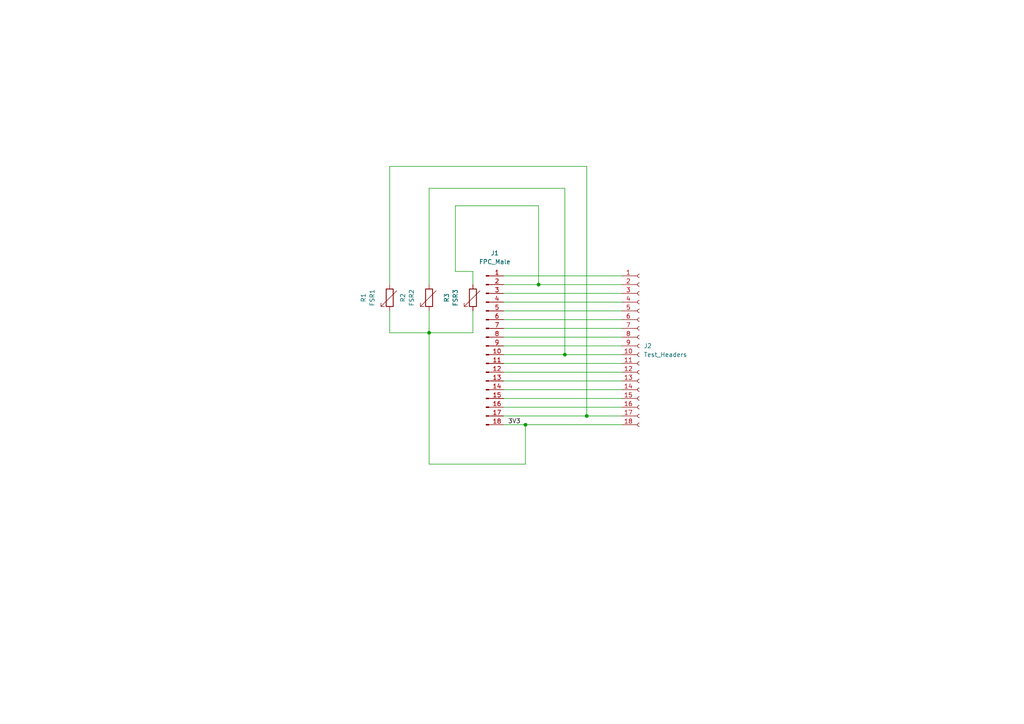
<source format=kicad_sch>
(kicad_sch (version 20250114) (generator "eeschema") (generator_version "9.0")
  (paper "A4")
  (lib_symbols
    (symbol "Connector:Conn_01x18_Pin" (pin_names (offset 1.016) (hide yes))
      (property "Reference" "J" (at 0 22.86 0))
      (property "Value" "Conn_01x18_Pin" (at 0 -25.4 0))
      (symbol "Conn_01x18_Pin_1_1"
        (rectangle (start 0.8636 20.447) (end 0 20.193) (stroke (width 0.1524)) (fill (type outline)))
        (rectangle (start 0.8636 17.907) (end 0 17.653) (stroke (width 0.1524)) (fill (type outline)))
        (rectangle (start 0.8636 15.367) (end 0 15.113) (stroke (width 0.1524)) (fill (type outline)))
        (rectangle (start 0.8636 12.827) (end 0 12.573) (stroke (width 0.1524)) (fill (type outline)))
        (rectangle (start 0.8636 10.287) (end 0 10.033) (stroke (width 0.1524)) (fill (type outline)))
        (rectangle (start 0.8636 7.747) (end 0 7.493) (stroke (width 0.1524)) (fill (type outline)))
        (rectangle (start 0.8636 5.207) (end 0 4.953) (stroke (width 0.1524)) (fill (type outline)))
        (rectangle (start 0.8636 2.667) (end 0 2.413) (stroke (width 0.1524)) (fill (type outline)))
        (rectangle (start 0.8636 0.127) (end 0 -0.127) (stroke (width 0.1524)) (fill (type outline)))
        (rectangle (start 0.8636 -2.413) (end 0 -2.667) (stroke (width 0.1524)) (fill (type outline)))
        (rectangle (start 0.8636 -4.953) (end 0 -5.207) (stroke (width 0.1524)) (fill (type outline)))
        (rectangle (start 0.8636 -7.493) (end 0 -7.747) (stroke (width 0.1524)) (fill (type outline)))
        (rectangle (start 0.8636 -10.033) (end 0 -10.287) (stroke (width 0.1524)) (fill (type outline)))
        (rectangle (start 0.8636 -12.573) (end 0 -12.827) (stroke (width 0.1524)) (fill (type outline)))
        (rectangle (start 0.8636 -15.113) (end 0 -15.367) (stroke (width 0.1524)) (fill (type outline)))
        (rectangle (start 0.8636 -17.653) (end 0 -17.907) (stroke (width 0.1524)) (fill (type outline)))
        (rectangle (start 0.8636 -20.193) (end 0 -20.447) (stroke (width 0.1524)) (fill (type outline)))
        (rectangle (start 0.8636 -22.733) (end 0 -22.987) (stroke (width 0.1524)) (fill (type outline)))
        (polyline (pts (xy 1.27 20.32) (xy 0.8636 20.32)) (stroke (width 0.1524)))
        (polyline (pts (xy 1.27 17.78) (xy 0.8636 17.78)) (stroke (width 0.1524)))
        (polyline (pts (xy 1.27 15.24) (xy 0.8636 15.24)) (stroke (width 0.1524)))
        (polyline (pts (xy 1.27 12.7) (xy 0.8636 12.7)) (stroke (width 0.1524)))
        (polyline (pts (xy 1.27 10.16) (xy 0.8636 10.16)) (stroke (width 0.1524)))
        (polyline (pts (xy 1.27 7.62) (xy 0.8636 7.62)) (stroke (width 0.1524)))
        (polyline (pts (xy 1.27 5.08) (xy 0.8636 5.08)) (stroke (width 0.1524)))
        (polyline (pts (xy 1.27 2.54) (xy 0.8636 2.54)) (stroke (width 0.1524)))
        (polyline (pts (xy 1.27 0) (xy 0.8636 0)) (stroke (width 0.1524)))
        (polyline (pts (xy 1.27 -2.54) (xy 0.8636 -2.54)) (stroke (width 0.1524)))
        (polyline (pts (xy 1.27 -5.08) (xy 0.8636 -5.08)) (stroke (width 0.1524)))
        (polyline (pts (xy 1.27 -7.62) (xy 0.8636 -7.62)) (stroke (width 0.1524)))
        (polyline (pts (xy 1.27 -10.16) (xy 0.8636 -10.16)) (stroke (width 0.1524)))
        (polyline (pts (xy 1.27 -12.7) (xy 0.8636 -12.7)) (stroke (width 0.1524)))
        (polyline (pts (xy 1.27 -15.24) (xy 0.8636 -15.24)) (stroke (width 0.1524)))
        (polyline (pts (xy 1.27 -17.78) (xy 0.8636 -17.78)) (stroke (width 0.1524)))
        (polyline (pts (xy 1.27 -20.32) (xy 0.8636 -20.32)) (stroke (width 0.1524)))
        (polyline (pts (xy 1.27 -22.86) (xy 0.8636 -22.86)) (stroke (width 0.1524)))
        (pin passive line (at 5.08 20.32 180) (length 3.81) (name "Pin_1") (number "1"))
        (pin passive line (at 5.08 17.78 180) (length 3.81) (name "Pin_2") (number "2"))
        (pin passive line (at 5.08 15.24 180) (length 3.81) (name "Pin_3") (number "3"))
        (pin passive line (at 5.08 12.7 180) (length 3.81) (name "Pin_4") (number "4"))
        (pin passive line (at 5.08 10.16 180) (length 3.81) (name "Pin_5") (number "5"))
        (pin passive line (at 5.08 7.62 180) (length 3.81) (name "Pin_6") (number "6"))
        (pin passive line (at 5.08 5.08 180) (length 3.81) (name "Pin_7") (number "7"))
        (pin passive line (at 5.08 2.54 180) (length 3.81) (name "Pin_8") (number "8"))
        (pin passive line (at 5.08 0 180) (length 3.81) (name "Pin_9") (number "9"))
        (pin passive line (at 5.08 -2.54 180) (length 3.81) (name "Pin_10") (number "10"))
        (pin passive line (at 5.08 -5.08 180) (length 3.81) (name "Pin_11") (number "11"))
        (pin passive line (at 5.08 -7.62 180) (length 3.81) (name "Pin_12") (number "12"))
        (pin passive line (at 5.08 -10.16 180) (length 3.81) (name "Pin_13") (number "13"))
        (pin passive line (at 5.08 -12.7 180) (length 3.81) (name "Pin_14") (number "14"))
        (pin passive line (at 5.08 -15.24 180) (length 3.81) (name "Pin_15") (number "15"))
        (pin passive line (at 5.08 -17.78 180) (length 3.81) (name "Pin_16") (number "16"))
        (pin passive line (at 5.08 -20.32 180) (length 3.81) (name "Pin_17") (number "17"))
        (pin passive line (at 5.08 -22.86 180) (length 3.81) (name "Pin_18") (number "18"))
      )
    )
    (symbol "Connector:Conn_01x18_Socket" (pin_names (offset 1.016) (hide yes))
      (property "Reference" "J" (at 0 22.86 0))
      (property "Value" "Conn_01x18_Socket" (at 0 -25.4 0))
      (symbol "Conn_01x18_Socket_1_1"
        (polyline (pts (xy -1.27 20.32) (xy -0.508 20.32)) (stroke (width 0.1524)))
        (polyline (pts (xy -1.27 17.78) (xy -0.508 17.78)) (stroke (width 0.1524)))
        (polyline (pts (xy -1.27 15.24) (xy -0.508 15.24)) (stroke (width 0.1524)))
        (polyline (pts (xy -1.27 12.7) (xy -0.508 12.7)) (stroke (width 0.1524)))
        (polyline (pts (xy -1.27 10.16) (xy -0.508 10.16)) (stroke (width 0.1524)))
        (polyline (pts (xy -1.27 7.62) (xy -0.508 7.62)) (stroke (width 0.1524)))
        (polyline (pts (xy -1.27 5.08) (xy -0.508 5.08)) (stroke (width 0.1524)))
        (polyline (pts (xy -1.27 2.54) (xy -0.508 2.54)) (stroke (width 0.1524)))
        (polyline (pts (xy -1.27 0) (xy -0.508 0)) (stroke (width 0.1524)))
        (polyline (pts (xy -1.27 -2.54) (xy -0.508 -2.54)) (stroke (width 0.1524)))
        (polyline (pts (xy -1.27 -5.08) (xy -0.508 -5.08)) (stroke (width 0.1524)))
        (polyline (pts (xy -1.27 -7.62) (xy -0.508 -7.62)) (stroke (width 0.1524)))
        (polyline (pts (xy -1.27 -10.16) (xy -0.508 -10.16)) (stroke (width 0.1524)))
        (polyline (pts (xy -1.27 -12.7) (xy -0.508 -12.7)) (stroke (width 0.1524)))
        (polyline (pts (xy -1.27 -15.24) (xy -0.508 -15.24)) (stroke (width 0.1524)))
        (polyline (pts (xy -1.27 -17.78) (xy -0.508 -17.78)) (stroke (width 0.1524)))
        (polyline (pts (xy -1.27 -20.32) (xy -0.508 -20.32)) (stroke (width 0.1524)))
        (polyline (pts (xy -1.27 -22.86) (xy -0.508 -22.86)) (stroke (width 0.1524)))
        (arc (start 0 19.812) (mid -0.5058 20.32) (end 0 20.828) (stroke (width 0.1524)))
        (arc (start 0 17.272) (mid -0.5058 17.78) (end 0 18.288) (stroke (width 0.1524)))
        (arc (start 0 14.732) (mid -0.5058 15.24) (end 0 15.748) (stroke (width 0.1524)))
        (arc (start 0 12.192) (mid -0.5058 12.7) (end 0 13.208) (stroke (width 0.1524)))
        (arc (start 0 9.652) (mid -0.5058 10.16) (end 0 10.668) (stroke (width 0.1524)))
        (arc (start 0 7.112) (mid -0.5058 7.62) (end 0 8.128) (stroke (width 0.1524)))
        (arc (start 0 4.572) (mid -0.5058 5.08) (end 0 5.588) (stroke (width 0.1524)))
        (arc (start 0 2.032) (mid -0.5058 2.54) (end 0 3.048) (stroke (width 0.1524)))
        (arc (start 0 -0.508) (mid -0.5058 0) (end 0 0.508) (stroke (width 0.1524)))
        (arc (start 0 -3.048) (mid -0.5058 -2.54) (end 0 -2.032) (stroke (width 0.1524)))
        (arc (start 0 -5.588) (mid -0.5058 -5.08) (end 0 -4.572) (stroke (width 0.1524)))
        (arc (start 0 -8.128) (mid -0.5058 -7.62) (end 0 -7.112) (stroke (width 0.1524)))
        (arc (start 0 -10.668) (mid -0.5058 -10.16) (end 0 -9.652) (stroke (width 0.1524)))
        (arc (start 0 -13.208) (mid -0.5058 -12.7) (end 0 -12.192) (stroke (width 0.1524)))
        (arc (start 0 -15.748) (mid -0.5058 -15.24) (end 0 -14.732) (stroke (width 0.1524)))
        (arc (start 0 -18.288) (mid -0.5058 -17.78) (end 0 -17.272) (stroke (width 0.1524)))
        (arc (start 0 -20.828) (mid -0.5058 -20.32) (end 0 -19.812) (stroke (width 0.1524)))
        (arc (start 0 -23.368) (mid -0.5058 -22.86) (end 0 -22.352) (stroke (width 0.1524)))
        (pin passive line (at -5.08 20.32 0) (length 3.81) (name "Pin_1") (number "1"))
        (pin passive line (at -5.08 17.78 0) (length 3.81) (name "Pin_2") (number "2"))
        (pin passive line (at -5.08 15.24 0) (length 3.81) (name "Pin_3") (number "3"))
        (pin passive line (at -5.08 12.7 0) (length 3.81) (name "Pin_4") (number "4"))
        (pin passive line (at -5.08 10.16 0) (length 3.81) (name "Pin_5") (number "5"))
        (pin passive line (at -5.08 7.62 0) (length 3.81) (name "Pin_6") (number "6"))
        (pin passive line (at -5.08 5.08 0) (length 3.81) (name "Pin_7") (number "7"))
        (pin passive line (at -5.08 2.54 0) (length 3.81) (name "Pin_8") (number "8"))
        (pin passive line (at -5.08 0 0) (length 3.81) (name "Pin_9") (number "9"))
        (pin passive line (at -5.08 -2.54 0) (length 3.81) (name "Pin_10") (number "10"))
        (pin passive line (at -5.08 -5.08 0) (length 3.81) (name "Pin_11") (number "11"))
        (pin passive line (at -5.08 -7.62 0) (length 3.81) (name "Pin_12") (number "12"))
        (pin passive line (at -5.08 -10.16 0) (length 3.81) (name "Pin_13") (number "13"))
        (pin passive line (at -5.08 -12.7 0) (length 3.81) (name "Pin_14") (number "14"))
        (pin passive line (at -5.08 -15.24 0) (length 3.81) (name "Pin_15") (number "15"))
        (pin passive line (at -5.08 -17.78 0) (length 3.81) (name "Pin_16") (number "16"))
        (pin passive line (at -5.08 -20.32 0) (length 3.81) (name "Pin_17") (number "17"))
        (pin passive line (at -5.08 -22.86 0) (length 3.81) (name "Pin_18") (number "18"))
      )
    )
    (symbol "Device:R_Variable" (pin_numbers (hide yes)) (pin_names (offset 0))
      (property "Reference" "R" (at 2.54 -2.54 90))
      (property "Value" "R_Variable" (at -2.54 -1.27 90))
      (symbol "R_Variable_0_1"
        (rectangle (start -1.016 -2.54) (end 1.016 2.54) (stroke (width 0.254)))
        (polyline (pts (xy 2.54 1.524) (xy 2.54 2.54) (xy 1.524 2.54) (xy 2.54 2.54) (xy -2.032 -2.032)))
      )
      (symbol "R_Variable_1_1"
        (pin passive line (at 0 3.81 270) (length 1.27) (name "~") (number "1"))
        (pin passive line (at 0 -3.81 90) (length 1.27) (name "~") (number "2"))
      )
    )
  )
  (junction (at 152.4 123.19))
  (junction (at 156.21 82.55))
  (junction (at 124.46 96.52))
  (junction (at 170.18 120.65))
  (junction (at 163.83 102.87))
  (wire (pts (xy 152.4 123.19) (xy 180.34 123.19)))
  (wire (pts (xy 137.16 78.74) (xy 132.08 78.74)))
  (wire (pts (xy 146.05 113.03) (xy 180.34 113.03)))
  (wire (pts (xy 146.05 85.09) (xy 180.34 85.09)))
  (wire (pts (xy 146.05 87.63) (xy 180.34 87.63)))
  (wire (pts (xy 170.18 48.26) (xy 170.18 120.65)))
  (wire (pts (xy 163.83 102.87) (xy 180.34 102.87)))
  (wire (pts (xy 146.05 110.49) (xy 180.34 110.49)))
  (wire (pts (xy 137.16 96.52) (xy 124.46 96.52)))
  (wire (pts (xy 146.05 105.41) (xy 180.34 105.41)))
  (wire (pts (xy 132.08 59.69) (xy 132.08 78.74)))
  (wire (pts (xy 146.05 82.55) (xy 156.21 82.55)))
  (wire (pts (xy 163.83 54.61) (xy 163.83 102.87)))
  (wire (pts (xy 156.21 82.55) (xy 180.34 82.55)))
  (wire (pts (xy 146.05 95.25) (xy 180.34 95.25)))
  (wire (pts (xy 124.46 134.62) (xy 124.46 96.52)))
  (wire (pts (xy 146.05 118.11) (xy 180.34 118.11)))
  (wire (pts (xy 163.83 54.61) (xy 124.46 54.61)))
  (wire (pts (xy 156.21 59.69) (xy 156.21 82.55)))
  (wire (pts (xy 146.05 100.33) (xy 180.34 100.33)))
  (wire (pts (xy 152.4 134.62) (xy 124.46 134.62)))
  (wire (pts (xy 137.16 82.55) (xy 137.16 78.74)))
  (wire (pts (xy 124.46 82.55) (xy 124.46 54.61)))
  (wire (pts (xy 137.16 90.17) (xy 137.16 96.52)))
  (wire (pts (xy 146.05 80.01) (xy 180.34 80.01)))
  (wire (pts (xy 113.03 96.52) (xy 124.46 96.52)))
  (wire (pts (xy 113.03 48.26) (xy 170.18 48.26)))
  (wire (pts (xy 146.05 123.19) (xy 152.4 123.19)))
  (wire (pts (xy 124.46 96.52) (xy 124.46 90.17)))
  (wire (pts (xy 146.05 90.17) (xy 180.34 90.17)))
  (wire (pts (xy 146.05 107.95) (xy 180.34 107.95)))
  (wire (pts (xy 146.05 102.87) (xy 163.83 102.87)))
  (wire (pts (xy 146.05 120.65) (xy 170.18 120.65)))
  (wire (pts (xy 170.18 120.65) (xy 180.34 120.65)))
  (wire (pts (xy 146.05 115.57) (xy 180.34 115.57)))
  (wire (pts (xy 113.03 90.17) (xy 113.03 96.52)))
  (wire (pts (xy 146.05 97.79) (xy 180.34 97.79)))
  (wire (pts (xy 152.4 123.19) (xy 152.4 134.62)))
  (wire (pts (xy 146.05 92.71) (xy 180.34 92.71)))
  (wire (pts (xy 113.03 82.55) (xy 113.03 48.26)))
  (wire (pts (xy 132.08 59.69) (xy 156.21 59.69)))
  (label "3V3" (at 147.32 123.19 0))
  (symbol (lib_id "Device:R_Variable") (at 124.46 86.36 180) (unit 1)
    (property "Reference" "R2" (at 116.84 86.36 90))
    (property "Value" "FSR2" (at 119.38 86.36 90))
    (property "Footprint" "Resistor_SMD:FSR_402" (effects (hide yes)))
    (property "Description" "Variable resistor" (effects (hide yes)))
  )
  (symbol (lib_id "Device:R_Variable") (at 113.03 86.36 180) (unit 1)
    (property "Reference" "R1" (at 105.41 86.36 90))
    (property "Value" "FSR1" (at 107.95 86.36 90))
    (property "Footprint" "Resistor_SMD:FSR_402" (effects (hide yes)))
    (property "Description" "Variable resistor" (effects (hide yes)))
  )
  (symbol (lib_id "Connector:Conn_01x18_Pin") (at 140.97 100.33 0) (unit 1)
    (property "Reference" "J1" (at 143.51 73.406 0))
    (property "Value" "FPC_Male" (at 143.51 75.946 0))
    (property "Footprint" "Connector_FFC-FPC:FPC-Male-18P-0.5mm" (effects (hide yes)))
    (property "Description" "Generic connector, single row, 01x18, script generated" (effects (hide yes)))
  )
  (symbol (lib_id "Device:R_Variable") (at 137.16 86.36 180) (unit 1)
    (property "Reference" "R3" (at 129.54 86.36 90))
    (property "Value" "FSR3" (at 132.08 86.36 90))
    (property "Footprint" "Resistor_SMD:FSR_402" (effects (hide yes)))
    (property "Description" "Variable resistor" (effects (hide yes)))
  )
  (symbol (lib_id "Connector:Conn_01x18_Socket") (at 185.42 100.33 0) (unit 1)
    (property "Reference" "J2" (at 186.69 100.3299 0) (effects (justify left)))
    (property "Value" "Test_Headers" (at 186.69 102.8699 0) (effects (justify left)))
    (property "Footprint" "Connector_PinSocket_2.54mm:PinSocket_1x18_P2.54mm_Vertical" (effects (hide yes)))
    (property "Description" "Generic connector, single row, 01x18, script generated" (effects (hide yes)))
  )
)
</source>
